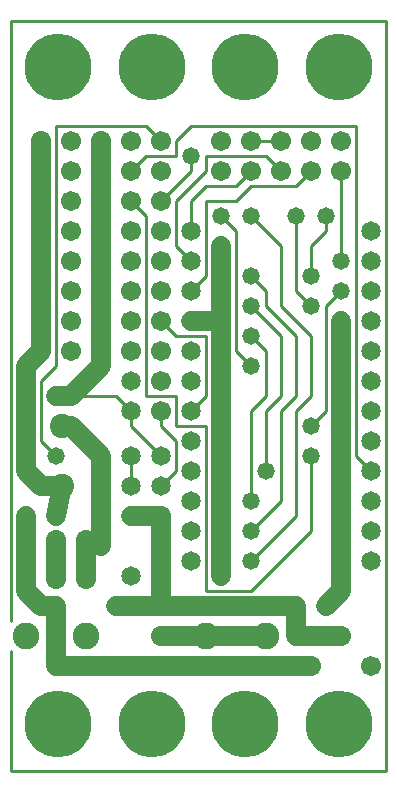
<source format=gbl>
%MOIN*%
%FSLAX25Y25*%
G04 D10 used for Character Trace; *
G04     Circle (OD=.01000) (No hole)*
G04 D11 used for Power Trace; *
G04     Circle (OD=.06700) (No hole)*
G04 D12 used for Signal Trace; *
G04     Circle (OD=.01100) (No hole)*
G04 D13 used for Via; *
G04     Circle (OD=.05800) (Round. Hole ID=.02800)*
G04 D14 used for Component hole; *
G04     Circle (OD=.06500) (Round. Hole ID=.03500)*
G04 D15 used for Component hole; *
G04     Circle (OD=.06700) (Round. Hole ID=.04300)*
G04 D16 used for Component hole; *
G04     Circle (OD=.08100) (Round. Hole ID=.05100)*
G04 D17 used for Component hole; *
G04     Circle (OD=.08900) (Round. Hole ID=.05900)*
G04 D18 used for Component hole; *
G04     Circle (OD=.11300) (Round. Hole ID=.08300)*
G04 D19 used for Component hole; *
G04     Circle (OD=.16000) (Round. Hole ID=.13000)*
G04 D20 used for Component hole; *
G04     Circle (OD=.18300) (Round. Hole ID=.15300)*
G04 D21 used for Component hole; *
G04     Circle (OD=.22291) (Round. Hole ID=.19291)*
%ADD10C,.01000*%
%ADD11C,.06700*%
%ADD12C,.01100*%
%ADD13C,.05800*%
%ADD14C,.06500*%
%ADD15C,.06700*%
%ADD16C,.08100*%
%ADD17C,.08900*%
%ADD18C,.11300*%
%ADD19C,.16000*%
%ADD20C,.18300*%
%ADD21C,.22291*%
%IPPOS*%
%LPD*%
G90*X0Y0D02*D21*X15625Y15625D03*D14*              
X35000Y35000D03*D11*X15000D01*Y55000D01*X10000D01*
X5000Y60000D01*Y85000D01*D13*D03*D15*             
X15000Y76700D03*D11*Y63700D01*D15*D03*            
X25000Y76700D03*D11*Y63700D01*D15*D03*D14*        
X35000Y55000D03*D11*X50000D01*X75000D01*D13*D03*  
D11*X95000D01*Y45000D01*X110000D01*D15*D03*       
X120000Y35000D03*X100000D03*D11*X35000D01*D17*    
X25000Y45000D03*D15*X50000D03*D11*X65000D01*D17*  
D03*D11*X85000D01*D17*D03*D12*X65000Y60000D02*    
X80000D01*X65000D02*Y115000D01*X55000D01*         
Y125000D01*X45000D01*Y185000D01*X40000Y190000D01* 
D15*D03*X50000Y180000D03*Y200000D03*X30000D03*D11*
Y190000D01*D15*D03*D11*Y180000D01*D15*D03*D11*    
Y170000D01*D15*D03*D11*Y160000D01*D15*D03*D11*    
Y150000D01*D15*D03*D11*Y140000D01*D15*D03*D11*    
Y135000D01*X20000Y125000D01*X15000D01*D13*D03*D12*
X10000Y110000D02*Y130000D01*X15000Y105000D02*     
X10000Y110000D01*D13*X15000Y105000D03*D11*        
X30000D02*X20000Y115000D01*X30000Y75000D02*       
Y105000D01*X25000Y76700D02*X30000Y75000D01*D13*   
X15000Y85000D03*D11*X17000Y95000D01*D16*D03*D11*  
X10000D01*X5000Y100000D01*Y135000D01*             
X10000Y140000D01*D15*D03*D11*Y150000D01*D15*D03*  
D11*Y160000D01*D15*D03*D11*Y170000D01*D15*D03*D11*
Y180000D01*D15*D03*D11*Y190000D01*D15*D03*D11*    
Y200000D01*D15*D03*D11*Y210000D01*D15*D03*D12*    
X15000Y135000D02*Y215000D01*X10000Y130000D02*     
X15000Y135000D01*D15*X20000Y140000D03*D12*        
Y125000D02*X35000D01*X40000Y120000D01*D14*D03*D12*
Y115000D01*X50000Y105000D01*D14*D03*D12*Y95000D02*
X55000Y100000D01*D14*X50000Y95000D03*D12*         
X55000Y100000D02*Y110000D01*X50000Y115000D01*     
Y120000D01*D15*D03*D14*X60000Y110000D03*          
Y130000D03*X40000D03*X60000Y120000D03*D12*        
X65000Y125000D01*Y145000D01*X55000D01*            
X50000Y150000D01*D15*D03*D14*X60000Y140000D03*    
Y160000D03*D12*X65000Y165000D01*Y190000D01*       
X75000D01*X80000Y195000D01*X95000D01*             
X100000Y200000D01*D15*D03*X110000Y210000D03*      
X90000D03*D12*X80000D01*D15*D03*D12*              
X90000Y200000D02*X85000Y205000D01*D15*            
X90000Y200000D03*D12*X65000Y205000D02*X85000D01*  
X65000Y200000D02*Y205000D01*X55000Y190000D02*     
X65000Y200000D01*X55000Y175000D02*Y190000D01*     
X60000Y170000D02*X55000Y175000D01*D14*            
X60000Y170000D03*D15*X50000Y160000D03*D14*        
X60000Y180000D03*D12*Y190000D01*X65000Y195000D01* 
X75000D01*X80000Y200000D01*D15*D03*               
X70000Y210000D03*Y200000D03*D13*X95000Y185000D03* 
D12*Y160000D01*X100000Y155000D01*D13*D03*D12*     
X105000Y120000D02*Y155000D01*X100000Y115000D02*   
X105000Y120000D01*D13*X100000Y115000D03*D12*      
X95000Y85000D02*Y120000D01*X80000Y70000D02*       
X95000Y85000D01*D13*X80000Y70000D03*Y80000D03*D12*
X90000Y90000D01*Y120000D01*X95000Y125000D01*      
Y145000D01*X85000Y155000D01*Y160000D01*           
X80000Y165000D01*D13*D03*D12*X100000Y145000D02*   
X90000Y155000D01*X100000Y125000D02*Y145000D01*    
X95000Y120000D02*X100000Y125000D01*               
X85000Y120000D02*X90000Y125000D01*                
X85000Y100000D02*Y120000D01*D13*Y100000D03*       
X80000Y90000D03*D12*Y120000D01*X85000Y125000D01*  
Y140000D01*X80000Y145000D01*D13*D03*D12*          
Y135000D02*X75000Y140000D01*D13*X80000Y135000D03* 
D12*X75000Y140000D02*Y180000D01*X70000Y185000D01* 
D13*D03*X80000D03*D12*X90000Y175000D01*Y155000D01*
D13*X100000Y165000D03*D12*Y175000D01*             
X105000Y180000D01*Y185000D01*D13*D03*D14*         
X120000Y170000D03*Y180000D03*D15*                 
X110000Y200000D03*D12*Y170000D01*D13*D03*D14*     
X120000Y160000D03*D13*X110000D03*D12*             
X105000Y155000D01*D13*X110000Y150000D03*D11*      
Y60000D01*X105000Y55000D01*D13*D03*D14*           
X120000Y70000D03*Y80000D03*D12*X80000Y60000D02*   
X100000Y80000D01*Y105000D01*D13*D03*D12*          
X120000Y100000D02*X115000Y105000D01*D14*          
X120000Y100000D03*D12*X115000Y105000D02*          
Y215000D01*X60000D01*X55000Y210000D01*Y205000D01* 
X45000D01*X40000Y200000D01*D15*D03*               
X50000Y190000D03*D12*X60000Y200000D01*Y205000D01* 
D13*D03*D15*X50000Y210000D03*D12*X45000Y215000D01*
X15000D01*D15*X20000Y210000D03*D11*               
X30000Y200000D02*Y210000D01*D15*D03*              
X20000Y200000D03*X40000Y210000D03*                
X20000Y190000D03*D21*X46875Y234375D03*X15625D03*  
D15*X20000Y180000D03*X40000D03*D13*               
X70000Y175000D03*D11*Y150000D01*Y65000D01*D13*D03*
D14*X60000Y70000D03*Y80000D03*D15*X50000Y85000D03*
D11*Y55000D01*D14*X40000Y65000D03*D11*Y85000D02*  
X50000D01*D14*X40000D03*Y95000D03*D12*Y105000D01* 
D14*D03*X60000Y90000D03*D11*X17000Y115000D02*     
X20000D01*D16*X17000D03*D15*X40000Y140000D03*     
Y150000D03*X20000D03*X50000Y130000D03*Y140000D03* 
X40000Y160000D03*D14*X60000Y100000D03*D15*        
X20000Y160000D03*D14*X60000Y150000D03*D11*        
X70000D01*D13*X80000Y155000D03*D12*               
X90000Y145000D01*Y125000D01*D14*X120000Y110000D03*
Y120000D03*Y130000D03*Y140000D03*Y150000D03*      
Y90000D03*D15*X50000Y170000D03*X40000D03*         
X20000D03*X100000Y210000D03*D17*X5000Y45000D03*   
D12*X0Y50000D02*Y250000D01*X125000D01*Y0D01*X0D01*
Y40000D01*D21*X46875Y15625D03*X78125D03*          
X109375D03*Y234375D03*X78125D03*M02*              

</source>
